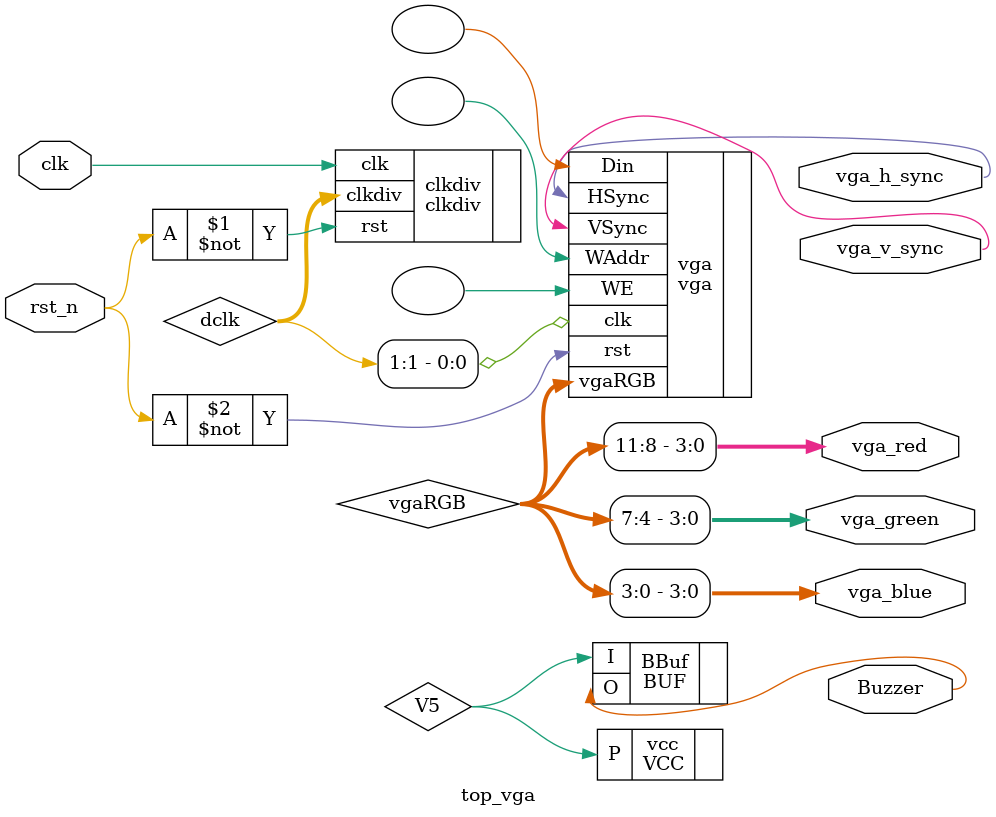
<source format=v>
`timescale 1ns / 1ps
module top_vga(
    input clk,
    input rst_n,
    output [3:0] vga_blue,
    output [3:0] vga_green,
    output [3:0] vga_red,
    output vga_h_sync,
    output vga_v_sync,
	 output Buzzer
    );
    wire [31:0] dclk;
	 wire [11:0] vgaRGB;
	 wire V5,G0;
	 VCC vcc(.P(V5));
	 GND gnd(.G(G0));
	 clkdiv clkdiv(.clk(clk),.rst(~rst_n),.clkdiv(dclk));
	 vga vga(.clk(dclk[1]),.rst(~rst_n),
	         .WAddr(),.Din(),.WE(),.vgaRGB(vgaRGB),
				.HSync(vga_h_sync),.VSync(vga_v_sync));
	 
	 assign vga_red = vgaRGB[11:8];
	 assign vga_green = vgaRGB[7:4];
	 assign vga_blue = vgaRGB[3:0];
	 BUF  BBuf (.I(V5),.O(Buzzer));
endmodule

</source>
